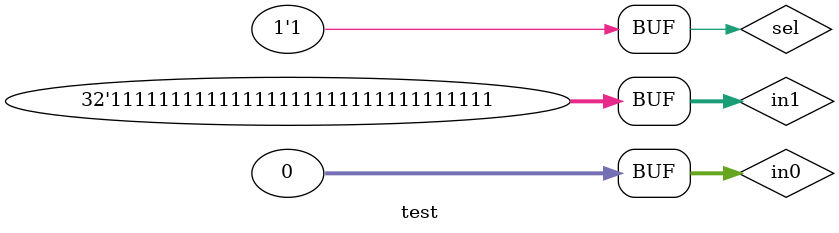
<source format=v>
module test ;
   wire [31:0]out;
   reg 	      sel ;
   reg [31:0] in0,in1;

   
 mux_32_2_1 muxC(out,sel,in0,in1);

   initial begin
      
      in0=0 ;
      in1=32'd1 ;
     #5  sel=1'b1 ;
      #5 in1=32'b11111111111111111111111111111111 ;
   end
  initial  $monitor("in0=%b in1=%b sel=%b out=%b",in0,in1,sel,out) ;
endmodule // test

      

</source>
